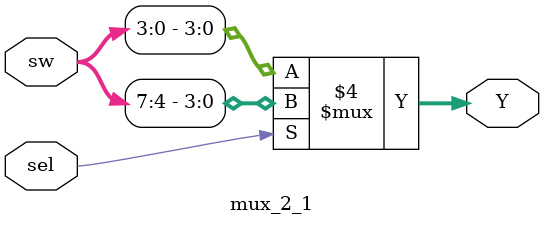
<source format=v>
`timescale 1ns / 1ps

module mux_2_1(

    input [7:0]sw,
    input sel,
    output reg [3:0]Y

    );
    
    reg temp;
    
    always @(sel) begin
        if   (sel == 1) Y <= sw[7:4];
        else            Y <= sw[3:0];
    end    
    
endmodule

</source>
